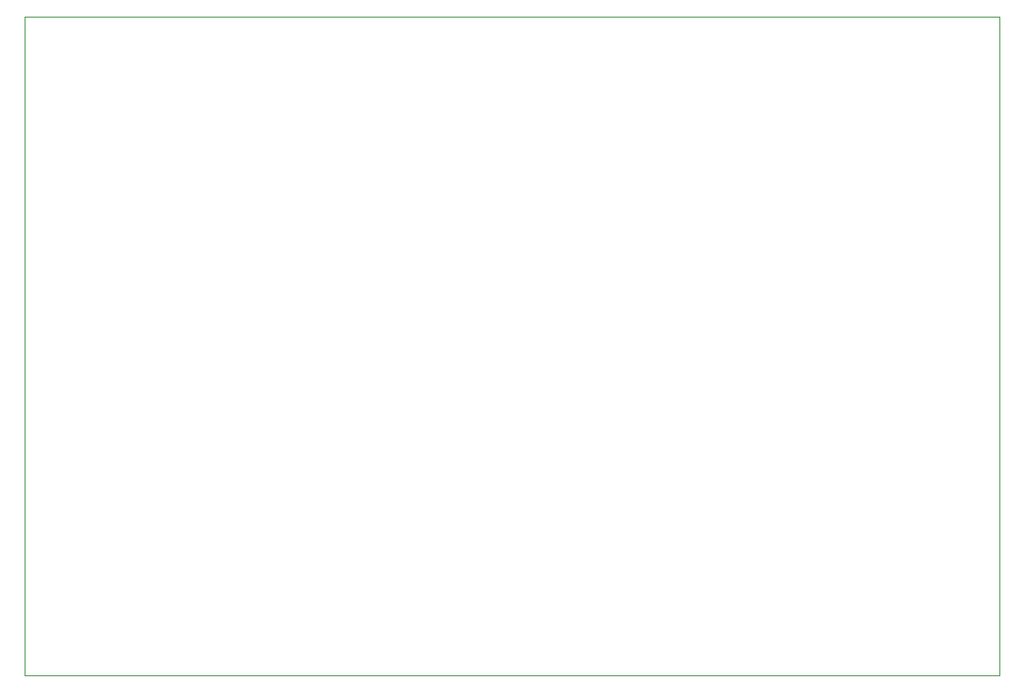
<source format=gbr>
G04 #@! TF.GenerationSoftware,KiCad,Pcbnew,(5.1.4)-1*
G04 #@! TF.CreationDate,2019-10-31T11:37:52-04:00*
G04 #@! TF.ProjectId,central_board,63656e74-7261-46c5-9f62-6f6172642e6b,v01*
G04 #@! TF.SameCoordinates,Original*
G04 #@! TF.FileFunction,Profile,NP*
%FSLAX46Y46*%
G04 Gerber Fmt 4.6, Leading zero omitted, Abs format (unit mm)*
G04 Created by KiCad (PCBNEW (5.1.4)-1) date 2019-10-31 11:37:52*
%MOMM*%
%LPD*%
G04 APERTURE LIST*
%ADD10C,0.025400*%
G04 APERTURE END LIST*
D10*
X182880000Y-127000000D02*
X88900000Y-127000000D01*
X182880000Y-63500000D02*
X182880000Y-127000000D01*
X88900000Y-63500000D02*
X182880000Y-63500000D01*
X88900000Y-127000000D02*
X88900000Y-63500000D01*
M02*

</source>
